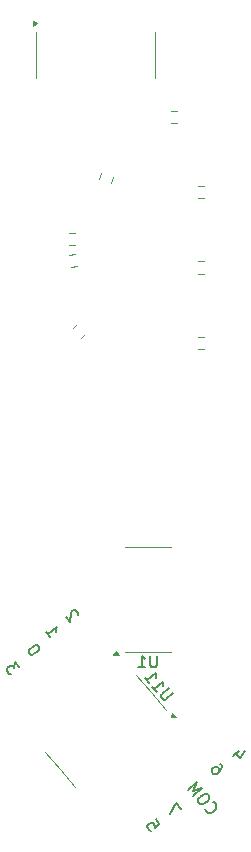
<source format=gbr>
G04 #@! TF.GenerationSoftware,KiCad,Pcbnew,8.0.3*
G04 #@! TF.CreationDate,2025-02-16T14:45:01-05:00*
G04 #@! TF.ProjectId,MEAP_Rev4c,4d454150-5f52-4657-9634-632e6b696361,rev?*
G04 #@! TF.SameCoordinates,Original*
G04 #@! TF.FileFunction,Legend,Bot*
G04 #@! TF.FilePolarity,Positive*
%FSLAX46Y46*%
G04 Gerber Fmt 4.6, Leading zero omitted, Abs format (unit mm)*
G04 Created by KiCad (PCBNEW 8.0.3) date 2025-02-16 14:45:01*
%MOMM*%
%LPD*%
G01*
G04 APERTURE LIST*
%ADD10C,0.150000*%
%ADD11C,0.120000*%
G04 APERTURE END LIST*
D10*
X41456548Y-83777072D02*
X41823855Y-84214811D01*
X41640202Y-83995941D02*
X42406246Y-83353154D01*
X42406246Y-83353154D02*
X42358029Y-83517937D01*
X42358029Y-83517937D02*
X42346290Y-83652112D01*
X42346290Y-83652112D02*
X42371030Y-83755677D01*
X44206943Y-82343241D02*
X44212813Y-82276154D01*
X44212813Y-82276154D02*
X44188073Y-82172589D01*
X44188073Y-82172589D02*
X44035028Y-81990197D01*
X44035028Y-81990197D02*
X43937332Y-81947849D01*
X43937332Y-81947849D02*
X43870245Y-81941980D01*
X43870245Y-81941980D02*
X43766679Y-81966720D01*
X43766679Y-81966720D02*
X43693723Y-82027938D01*
X43693723Y-82027938D02*
X43614897Y-82156243D01*
X43614897Y-82156243D02*
X43544464Y-82961290D01*
X43544464Y-82961290D02*
X43146548Y-82487072D01*
X52930509Y-98768502D02*
X52501984Y-98257806D01*
X52501984Y-98257806D02*
X52011420Y-99228898D01*
X54988896Y-98739375D02*
X54983026Y-98806463D01*
X54983026Y-98806463D02*
X55038375Y-98946506D01*
X55038375Y-98946506D02*
X55099593Y-99019463D01*
X55099593Y-99019463D02*
X55227898Y-99098289D01*
X55227898Y-99098289D02*
X55362072Y-99110028D01*
X55362072Y-99110028D02*
X55465638Y-99085288D01*
X55465638Y-99085288D02*
X55642160Y-98999331D01*
X55642160Y-98999331D02*
X55751595Y-98907504D01*
X55751595Y-98907504D02*
X55866899Y-98748590D01*
X55866899Y-98748590D02*
X55909247Y-98650894D01*
X55909247Y-98650894D02*
X55920986Y-98516719D01*
X55920986Y-98516719D02*
X55865637Y-98376675D01*
X55865637Y-98376675D02*
X55804419Y-98303719D01*
X55804419Y-98303719D02*
X55676114Y-98224893D01*
X55676114Y-98224893D02*
X55609027Y-98219024D01*
X55284067Y-97683588D02*
X55161632Y-97537674D01*
X55161632Y-97537674D02*
X55063936Y-97495327D01*
X55063936Y-97495327D02*
X54929761Y-97483588D01*
X54929761Y-97483588D02*
X54753239Y-97569545D01*
X54753239Y-97569545D02*
X54497891Y-97783808D01*
X54497891Y-97783808D02*
X54382586Y-97942722D01*
X54382586Y-97942722D02*
X54370848Y-98076896D01*
X54370848Y-98076896D02*
X54395587Y-98180462D01*
X54395587Y-98180462D02*
X54518023Y-98326375D01*
X54518023Y-98326375D02*
X54615719Y-98368723D01*
X54615719Y-98368723D02*
X54749894Y-98380462D01*
X54749894Y-98380462D02*
X54926416Y-98294504D01*
X54926416Y-98294504D02*
X55181764Y-98080242D01*
X55181764Y-98080242D02*
X55297068Y-97921328D01*
X55297068Y-97921328D02*
X55308807Y-97787153D01*
X55308807Y-97787153D02*
X55284067Y-97683588D01*
X53967062Y-97669766D02*
X54733107Y-97026978D01*
X54733107Y-97026978D02*
X53971670Y-97230764D01*
X53971670Y-97230764D02*
X54304582Y-96516282D01*
X54304582Y-96516282D02*
X53538537Y-97159069D01*
X57858462Y-93901503D02*
X57347766Y-94330028D01*
X58303333Y-93839023D02*
X57909203Y-94480549D01*
X57909203Y-94480549D02*
X57511287Y-94006331D01*
X39240509Y-86778502D02*
X38842593Y-86304284D01*
X38842593Y-86304284D02*
X38765029Y-86804504D01*
X38765029Y-86804504D02*
X38673202Y-86695069D01*
X38673202Y-86695069D02*
X38575506Y-86652721D01*
X38575506Y-86652721D02*
X38508418Y-86646852D01*
X38508418Y-86646852D02*
X38404853Y-86671591D01*
X38404853Y-86671591D02*
X38222461Y-86824636D01*
X38222461Y-86824636D02*
X38180114Y-86922332D01*
X38180114Y-86922332D02*
X38174244Y-86989419D01*
X38174244Y-86989419D02*
X38198984Y-87092985D01*
X38198984Y-87092985D02*
X38382637Y-87311855D01*
X38382637Y-87311855D02*
X38480334Y-87354202D01*
X38480334Y-87354202D02*
X38547421Y-87360072D01*
X56243810Y-94927241D02*
X56366246Y-95073154D01*
X56366246Y-95073154D02*
X56390986Y-95176719D01*
X56390986Y-95176719D02*
X56385116Y-95243807D01*
X56385116Y-95243807D02*
X56336899Y-95408590D01*
X56336899Y-95408590D02*
X56221595Y-95567504D01*
X56221595Y-95567504D02*
X55929769Y-95812376D01*
X55929769Y-95812376D02*
X55826203Y-95837115D01*
X55826203Y-95837115D02*
X55759116Y-95831246D01*
X55759116Y-95831246D02*
X55661420Y-95788898D01*
X55661420Y-95788898D02*
X55538984Y-95642985D01*
X55538984Y-95642985D02*
X55514244Y-95539419D01*
X55514244Y-95539419D02*
X55520114Y-95472332D01*
X55520114Y-95472332D02*
X55562461Y-95374636D01*
X55562461Y-95374636D02*
X55744853Y-95221591D01*
X55744853Y-95221591D02*
X55848418Y-95196852D01*
X55848418Y-95196852D02*
X55915506Y-95202721D01*
X55915506Y-95202721D02*
X56013202Y-95245069D01*
X56013202Y-95245069D02*
X56135638Y-95390982D01*
X56135638Y-95390982D02*
X56160377Y-95494547D01*
X56160377Y-95494547D02*
X56154508Y-95561635D01*
X56154508Y-95561635D02*
X56112160Y-95659331D01*
X40876855Y-85029632D02*
X40815637Y-84956675D01*
X40815637Y-84956675D02*
X40717941Y-84914328D01*
X40717941Y-84914328D02*
X40650854Y-84908458D01*
X40650854Y-84908458D02*
X40547288Y-84933198D01*
X40547288Y-84933198D02*
X40370766Y-85019155D01*
X40370766Y-85019155D02*
X40188375Y-85172200D01*
X40188375Y-85172200D02*
X40073070Y-85331114D01*
X40073070Y-85331114D02*
X40030723Y-85428810D01*
X40030723Y-85428810D02*
X40024853Y-85495898D01*
X40024853Y-85495898D02*
X40049593Y-85599463D01*
X40049593Y-85599463D02*
X40110811Y-85672420D01*
X40110811Y-85672420D02*
X40208507Y-85714767D01*
X40208507Y-85714767D02*
X40275594Y-85720637D01*
X40275594Y-85720637D02*
X40379160Y-85695897D01*
X40379160Y-85695897D02*
X40555682Y-85609940D01*
X40555682Y-85609940D02*
X40738073Y-85456895D01*
X40738073Y-85456895D02*
X40853378Y-85297981D01*
X40853378Y-85297981D02*
X40895725Y-85200285D01*
X40895725Y-85200285D02*
X40901595Y-85133198D01*
X40901595Y-85133198D02*
X40876855Y-85029632D01*
X50763201Y-99640762D02*
X51069291Y-100005545D01*
X51069291Y-100005545D02*
X50735117Y-100348113D01*
X50735117Y-100348113D02*
X50740986Y-100281026D01*
X50740986Y-100281026D02*
X50716246Y-100177460D01*
X50716246Y-100177460D02*
X50563202Y-99995069D01*
X50563202Y-99995069D02*
X50465506Y-99952721D01*
X50465506Y-99952721D02*
X50398418Y-99946852D01*
X50398418Y-99946852D02*
X50294853Y-99971591D01*
X50294853Y-99971591D02*
X50112461Y-100124636D01*
X50112461Y-100124636D02*
X50070114Y-100222332D01*
X50070114Y-100222332D02*
X50064244Y-100289419D01*
X50064244Y-100289419D02*
X50088984Y-100392985D01*
X50088984Y-100392985D02*
X50242029Y-100575376D01*
X50242029Y-100575376D02*
X50339725Y-100617724D01*
X50339725Y-100617724D02*
X50406812Y-100623593D01*
X50866908Y-85784822D02*
X50866908Y-86594345D01*
X50866908Y-86594345D02*
X50819289Y-86689583D01*
X50819289Y-86689583D02*
X50771670Y-86737203D01*
X50771670Y-86737203D02*
X50676432Y-86784822D01*
X50676432Y-86784822D02*
X50485956Y-86784822D01*
X50485956Y-86784822D02*
X50390718Y-86737203D01*
X50390718Y-86737203D02*
X50343099Y-86689583D01*
X50343099Y-86689583D02*
X50295480Y-86594345D01*
X50295480Y-86594345D02*
X50295480Y-85784822D01*
X49295480Y-86784822D02*
X49866908Y-86784822D01*
X49581194Y-86784822D02*
X49581194Y-85784822D01*
X49581194Y-85784822D02*
X49676432Y-85927679D01*
X49676432Y-85927679D02*
X49771670Y-86022917D01*
X49771670Y-86022917D02*
X49866908Y-86070536D01*
X52258605Y-88967546D02*
X51638474Y-89487897D01*
X51638474Y-89487897D02*
X51534909Y-89512637D01*
X51534909Y-89512637D02*
X51467821Y-89506768D01*
X51467821Y-89506768D02*
X51370125Y-89464420D01*
X51370125Y-89464420D02*
X51247689Y-89318507D01*
X51247689Y-89318507D02*
X51222950Y-89214941D01*
X51222950Y-89214941D02*
X51228819Y-89147854D01*
X51228819Y-89147854D02*
X51271167Y-89050158D01*
X51271167Y-89050158D02*
X51891298Y-88529806D01*
X50482466Y-88406549D02*
X50849773Y-88844289D01*
X50666120Y-88625419D02*
X51432164Y-87982631D01*
X51432164Y-87982631D02*
X51383947Y-88147415D01*
X51383947Y-88147415D02*
X51372208Y-88281589D01*
X51372208Y-88281589D02*
X51396948Y-88385155D01*
X49870287Y-87676983D02*
X50237595Y-88114723D01*
X50053941Y-87895853D02*
X50819985Y-87253065D01*
X50819985Y-87253065D02*
X50771768Y-87417849D01*
X50771768Y-87417849D02*
X50760030Y-87552023D01*
X50760030Y-87552023D02*
X50784769Y-87655589D01*
D11*
X52544722Y-40692502D02*
X52035275Y-40692497D01*
X52544725Y-39647503D02*
X52035278Y-39647498D01*
X48155002Y-76614999D02*
X50105002Y-76615002D01*
X48155006Y-85485000D02*
X50105004Y-85484998D01*
X52055000Y-76615000D02*
X50105002Y-76615002D01*
X52055004Y-85485001D02*
X50105004Y-85484998D01*
X47645002Y-85749998D02*
X47165004Y-85750002D01*
X47405000Y-85419999D01*
X47645002Y-85749998D01*
G36*
X47645002Y-85749998D02*
G01*
X47165004Y-85750002D01*
X47405000Y-85419999D01*
X47645002Y-85749998D01*
G37*
X43437775Y-49977500D02*
X43947223Y-49977500D01*
X43437775Y-51022500D02*
X43947223Y-51022500D01*
X43429779Y-51868124D02*
X43931487Y-51779660D01*
X43611241Y-52897248D02*
X44112949Y-52808784D01*
X54857220Y-47062501D02*
X54347772Y-47062496D01*
X54857224Y-46017502D02*
X54347776Y-46017497D01*
X43749998Y-58080018D02*
X44140259Y-57752553D01*
X44421711Y-58880535D02*
X44811972Y-58553070D01*
X54852224Y-53462503D02*
X54342776Y-53462498D01*
X54852228Y-52417504D02*
X54342780Y-52417499D01*
X40634997Y-33009998D02*
X40635002Y-34960000D01*
X40634998Y-36909998D02*
X40635002Y-34960000D01*
X50755002Y-33010002D02*
X50754998Y-34960000D01*
X50755003Y-36910002D02*
X50754998Y-34960000D01*
X40690000Y-32260001D02*
X40360000Y-32499999D01*
X40360001Y-32020001D01*
X40690000Y-32260001D01*
G36*
X40690000Y-32260001D02*
G01*
X40360000Y-32499999D01*
X40360001Y-32020001D01*
X40690000Y-32260001D01*
G37*
X54852224Y-59872503D02*
X54342777Y-59872498D01*
X54852227Y-58827504D02*
X54342780Y-58827499D01*
X41395858Y-93920711D02*
X42649296Y-95414497D01*
X43902730Y-96908284D02*
X42649296Y-95414497D01*
X49148228Y-87415702D02*
X50401662Y-88909489D01*
X51655100Y-90403275D02*
X50401662Y-88909489D01*
X52502122Y-90984891D02*
X52095058Y-91013161D01*
X52193583Y-90617190D01*
X52502122Y-90984891D01*
G36*
X52502122Y-90984891D02*
G01*
X52095058Y-91013161D01*
X52193583Y-90617190D01*
X52502122Y-90984891D01*
G37*
X46154036Y-44919400D02*
X45979796Y-45398126D01*
X47136016Y-45276810D02*
X46961776Y-45755536D01*
M02*

</source>
